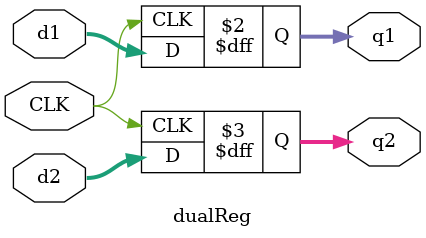
<source format=v>
`timescale 1ns / 1ps
module dualReg #(parameter M = 32) (input CLK , 						// Clock signal
												input [M-1:0] d1 , d2 ,			// 2 M-bit inputs
												output reg [M-1:0] q1 , q2);	// 2 M-bit ouputs
												
always @(posedge CLK) begin
	q1 <= d1;
	q2 <= d2;
end

endmodule

</source>
